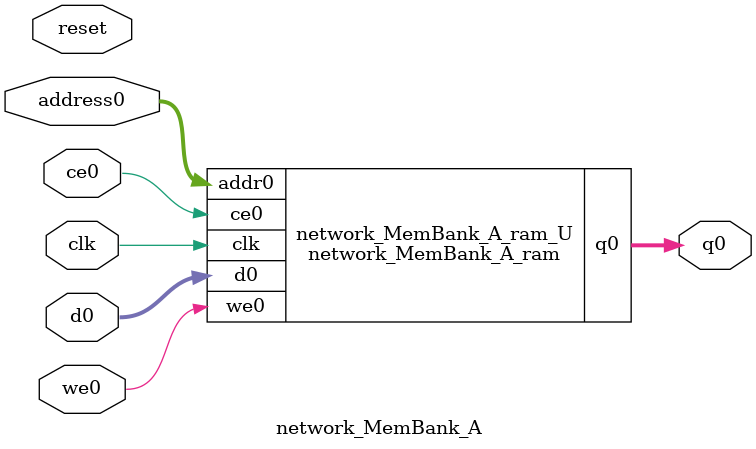
<source format=v>
`timescale 1 ns / 1 ps
module network_MemBank_A_ram (addr0, ce0, d0, we0, q0,  clk);

parameter DWIDTH = 16;
parameter AWIDTH = 14;
parameter MEM_SIZE = 14400;

input[AWIDTH-1:0] addr0;
input ce0;
input[DWIDTH-1:0] d0;
input we0;
output wire[DWIDTH-1:0] q0;
input clk;

(* ram_style = "block" *)reg [DWIDTH-1:0] ram[0:MEM_SIZE-1];
reg [DWIDTH-1:0] q0_t0;
reg [DWIDTH-1:0] q0_t1;


assign q0 = q0_t1;

always @(posedge clk)  
begin
    if (ce0) 
    begin
        q0_t1 <= q0_t0;
    end
end


always @(posedge clk)  
begin 
    if (ce0) 
    begin
        if (we0) 
        begin 
            ram[addr0] <= d0; 
        end 
        q0_t0 <= ram[addr0];
    end
end


endmodule

`timescale 1 ns / 1 ps
module network_MemBank_A(
    reset,
    clk,
    address0,
    ce0,
    we0,
    d0,
    q0);

parameter DataWidth = 32'd16;
parameter AddressRange = 32'd14400;
parameter AddressWidth = 32'd14;
input reset;
input clk;
input[AddressWidth - 1:0] address0;
input ce0;
input we0;
input[DataWidth - 1:0] d0;
output[DataWidth - 1:0] q0;



network_MemBank_A_ram network_MemBank_A_ram_U(
    .clk( clk ),
    .addr0( address0 ),
    .ce0( ce0 ),
    .we0( we0 ),
    .d0( d0 ),
    .q0( q0 ));

endmodule


</source>
